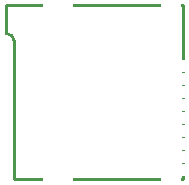
<source format=gbo>
G04 #@! TF.FileFunction,Legend,Bot*
%FSLAX46Y46*%
G04 Gerber Fmt 4.6, Leading zero omitted, Abs format (unit mm)*
G04 Created by KiCad (PCBNEW 4.0.3-stable) date 09/19/16 10:20:18*
%MOMM*%
%LPD*%
G01*
G04 APERTURE LIST*
%ADD10C,0.100000*%
%ADD11C,0.254000*%
%ADD12R,2.432000X2.127200*%
%ADD13O,2.432000X2.127200*%
%ADD14C,1.299160*%
%ADD15C,1.300000*%
%ADD16R,2.600000X1.600000*%
%ADD17R,1.800000X2.000000*%
%ADD18R,2.000000X1.100000*%
G04 APERTURE END LIST*
D10*
D11*
X66230000Y-163350000D02*
X66230000Y-148650000D01*
X66230000Y-148650000D02*
X51230000Y-148650000D01*
X51230000Y-148650000D02*
X51230000Y-151000000D01*
X51930000Y-163350000D02*
X66230000Y-163350000D01*
X51930000Y-163350000D02*
X51930000Y-151600000D01*
X51930000Y-151700000D02*
G75*
G03X51230000Y-151000000I-700000J0D01*
G01*
%LPC*%
D12*
X72100000Y-153650000D03*
D13*
X72100000Y-156190000D03*
X72100000Y-158730000D03*
D14*
X56050900Y-154000360D03*
X56050900Y-158399640D03*
D15*
X55230000Y-152950000D03*
X55230000Y-160950000D03*
D16*
X55630000Y-148250000D03*
X55630000Y-163750000D03*
D17*
X65230000Y-149150000D03*
X65230000Y-163950000D03*
D18*
X65730000Y-153750000D03*
X65730000Y-154850000D03*
X65730000Y-155950000D03*
X65730000Y-157050000D03*
X65730000Y-158150000D03*
X65730000Y-159250000D03*
X65730000Y-160350000D03*
X65730000Y-161450000D03*
X65730000Y-162550000D03*
M02*

</source>
